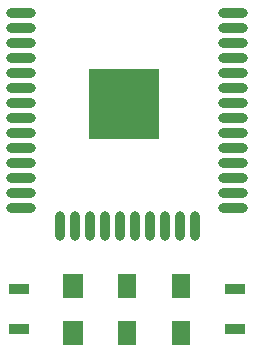
<source format=gbr>
G04 #@! TF.FileFunction,Paste,Top*
%FSLAX46Y46*%
G04 Gerber Fmt 4.6, Leading zero omitted, Abs format (unit mm)*
G04 Created by KiCad (PCBNEW 4.0.4-stable) date 04/21/19 10:39:14*
%MOMM*%
%LPD*%
G01*
G04 APERTURE LIST*
%ADD10C,0.100000*%
%ADD11R,1.600000X2.000000*%
%ADD12R,1.700000X2.000000*%
%ADD13R,1.700000X0.900000*%
%ADD14O,2.500000X0.900000*%
%ADD15O,0.900000X2.500000*%
%ADD16R,6.000000X6.000000*%
G04 APERTURE END LIST*
D10*
D11*
X112776000Y-94202000D03*
X112776000Y-90202000D03*
X117348000Y-90202000D03*
X117348000Y-94202000D03*
D12*
X108204000Y-90202000D03*
X108204000Y-94202000D03*
D13*
X103632000Y-93902000D03*
X103632000Y-90502000D03*
X121920000Y-93902000D03*
X121920000Y-90502000D03*
D14*
X121776000Y-67140000D03*
X121776000Y-68410000D03*
X121776000Y-69680000D03*
X121776000Y-70950000D03*
X121776000Y-72220000D03*
X121776000Y-73490000D03*
X121776000Y-74760000D03*
X121776000Y-76030000D03*
X121776000Y-77300000D03*
X121776000Y-78570000D03*
X121776000Y-79840000D03*
X121776000Y-81110000D03*
X121776000Y-82380000D03*
X121776000Y-83650000D03*
D15*
X118491000Y-85140000D03*
X117221000Y-85140000D03*
X115951000Y-85140000D03*
X114681000Y-85140000D03*
X113411000Y-85140000D03*
X112141000Y-85140000D03*
X110871000Y-85140000D03*
X109601000Y-85140000D03*
X108331000Y-85140000D03*
X107061000Y-85140000D03*
D14*
X103776000Y-83650000D03*
X103776000Y-82380000D03*
X103776000Y-81110000D03*
X103776000Y-79840000D03*
X103776000Y-78570000D03*
X103776000Y-77300000D03*
X103776000Y-76030000D03*
X103776000Y-74760000D03*
X103776000Y-73490000D03*
X103776000Y-72220000D03*
X103776000Y-70950000D03*
X103776000Y-69680000D03*
X103776000Y-68410000D03*
X103776000Y-67140000D03*
D16*
X112476000Y-74840000D03*
M02*

</source>
